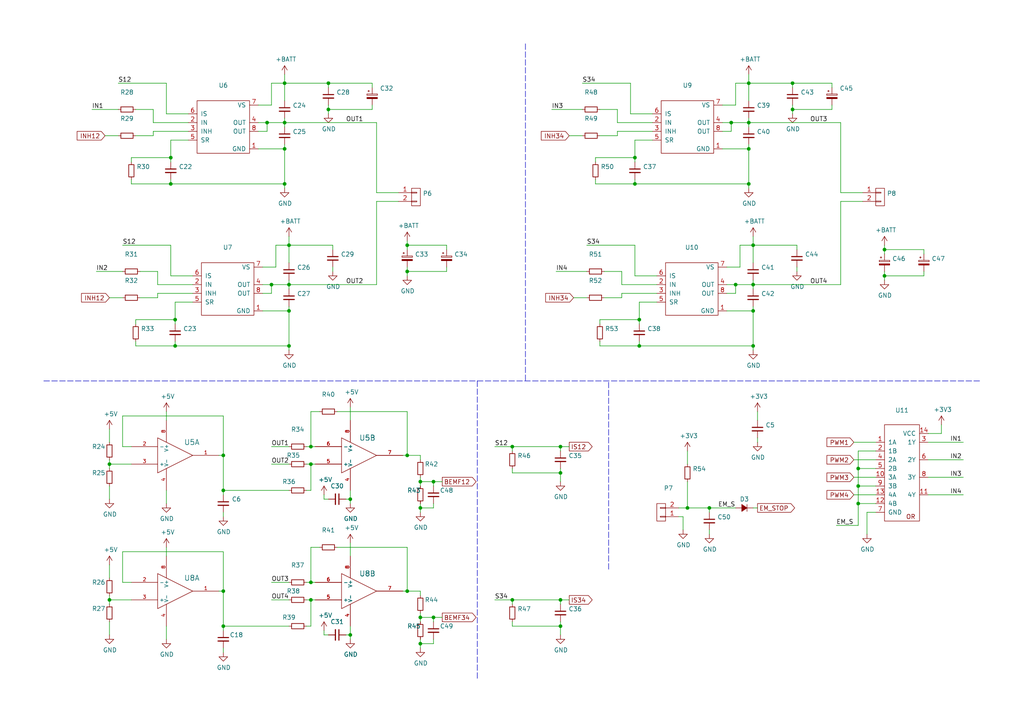
<source format=kicad_sch>
(kicad_sch (version 20211123) (generator eeschema)
  (paper "A4")
  (title_block (title "ECU") (rev "0.0.1") (company "wuehr1999"))
  (lib_symbols
    (symbol "IC_logic:74xx32" (pin_names (offset 1.016))
      (property "Reference" "U" (at 0 30.48 0))
      (property "Value" "74xx32" (at 0 -1.27 0))
      (symbol "74xx32_0_0"
        (text "OR" (at 3.81 1.27 0) (effects (font (size 1.27 1.27))))
      )
      (symbol "74xx32_1_1"
        (rectangle (start -3.81 27.94) (end 6.35 0))
        (pin input line (at -6.35 22.86 0) (length 2.54) (name "1A") (number "1"))
        (pin input line (at -6.35 12.7 0) (length 2.54) (name "3A") (number "10"))
        (pin input line (at 8.89 7.62 180) (length 2.54) (name "4Y") (number "11"))
        (pin input line (at -6.35 5.08 0) (length 2.54) (name "4B") (number "12"))
        (pin input line (at -6.35 7.62 0) (length 2.54) (name "4A") (number "13"))
        (pin input line (at 8.89 25.4 180) (length 2.54) (name "VCC") (number "14"))
        (pin input line (at -6.35 20.32 0) (length 2.54) (name "1B") (number "2"))
        (pin input line (at 8.89 22.86 180) (length 2.54) (name "1Y") (number "3"))
        (pin input line (at -6.35 17.78 0) (length 2.54) (name "2A") (number "4"))
        (pin input line (at -6.35 15.24 0) (length 2.54) (name "2B") (number "5"))
        (pin input line (at 8.89 17.78 180) (length 2.54) (name "2Y") (number "6"))
        (pin input line (at -6.35 2.54 0) (length 2.54) (name "GND") (number "7"))
        (pin input line (at 8.89 12.7 180) (length 2.54) (name "3Y") (number "8"))
        (pin input line (at -6.35 10.16 0) (length 2.54) (name "3B") (number "9"))
      )
    )
    (symbol "devices:CP_Small" (pin_numbers hide) (pin_names (offset 0.254) hide)
      (property "Reference" "C" (at 0.254 1.778 0))
      (property "Value" "CP_Small" (at 0.254 -2.032 0))
      (symbol "CP_Small_0_1"
        (rectangle (start -1.524 -0.3048) (end 1.524 -0.6858) (fill (type outline)))
        (rectangle (start -1.524 0.6858) (end 1.524 0.3048))
        (polyline (pts (xy -1.27 1.524) (xy -0.762 1.524)))
        (polyline (pts (xy -1.016 1.27) (xy -1.016 1.778)))
      )
      (symbol "CP_Small_1_1"
        (pin passive line (at 0 2.54 270) (length 1.8542) (name "~") (number "1"))
        (pin passive line (at 0 -2.54 90) (length 1.8542) (name "~") (number "2"))
      )
    )
    (symbol "devices:C_0603" (pin_numbers hide) (pin_names (offset 0.254) hide)
      (property "Reference" "C" (at 0.254 1.778 0))
      (property "Value" "C_0603" (at 0.254 -2.032 0))
      (symbol "C_0603_0_1"
        (polyline (pts (xy -1.524 -0.508) (xy 1.524 -0.508)) (stroke (width 0.3302)))
        (polyline (pts (xy -1.524 0.508) (xy 1.524 0.508)) (stroke (width 0.3048)))
      )
      (symbol "C_0603_1_1"
        (pin passive line (at 0 2.54 270) (length 1.905) (name "~") (number "1"))
        (pin passive line (at 0 -2.54 90) (length 2.032) (name "~") (number "2"))
      )
    )
    (symbol "devices:D_Small" (pin_numbers hide) (pin_names (offset 0.254) hide)
      (property "Reference" "D" (at -1.27 2.032 0))
      (property "Value" "D_Small" (at -3.81 -2.032 0))
      (symbol "D_Small_0_1"
        (polyline (pts (xy -0.762 -1.016) (xy -0.762 1.016)))
        (polyline (pts (xy 0.762 -1.016) (xy -0.762 0) (xy 0.762 1.016) (xy 0.762 -1.016)) (fill (type outline)))
      )
      (symbol "D_Small_1_1"
        (pin passive line (at -2.54 0 0) (length 1.778) (name "K") (number "1"))
        (pin passive line (at 2.54 0 180) (length 1.778) (name "A") (number "2"))
      )
    )
    (symbol "devices:R_0603" (pin_numbers hide) (pin_names (offset 0.254) hide)
      (property "Reference" "R" (at 0.762 0.508 0))
      (property "Value" "R_0603" (at 0.762 -1.016 0))
      (symbol "R_0603_0_1"
        (rectangle (start -0.762 1.778) (end 0.762 -1.778) (stroke (width 0.2032)))
      )
      (symbol "R_0603_1_1"
        (pin passive line (at 0 2.54 270) (length 0.762) (name "~") (number "1"))
        (pin passive line (at 0 -2.54 90) (length 0.762) (name "~") (number "2"))
      )
    )
    (symbol "mechanical-connectors:CONN_01X02" (pin_names (offset 1.016) hide)
      (property "Reference" "P" (at 0 3.81 0))
      (property "Value" "CONN_01X02" (at 2.54 0 90))
      (symbol "CONN_01X02_0_1"
        (rectangle (start -1.27 -1.143) (end 0.254 -1.397))
        (rectangle (start -1.27 1.397) (end 0.254 1.143))
        (rectangle (start -1.27 2.54) (end 1.27 -2.54))
      )
      (symbol "CONN_01X02_1_1"
        (pin passive line (at -5.08 1.27 0) (length 3.81) (name "P1") (number "1"))
        (pin passive line (at -5.08 -1.27 0) (length 3.81) (name "P2") (number "2"))
      )
    )
    (symbol "mechanical-connectors:WR-TBL_691313710002" (pin_names (offset 1.016) hide)
      (property "Reference" "P" (at 0 3.81 0))
      (property "Value" "WR-TBL_691313710002" (at 2.54 0 90))
      (symbol "WR-TBL_691313710002_0_1"
        (rectangle (start -1.27 -1.143) (end 0.254 -1.397))
        (rectangle (start -1.27 1.397) (end 0.254 1.143))
        (rectangle (start -1.27 2.54) (end 1.27 -2.54))
      )
      (symbol "WR-TBL_691313710002_1_1"
        (pin passive line (at -5.08 1.27 0) (length 3.81) (name "P1") (number "1"))
        (pin passive line (at -5.08 -1.27 0) (length 3.81) (name "P2") (number "2"))
      )
    )
    (symbol "motor-driver:IFX007T" (pin_names (offset 1.016))
      (property "Reference" "U" (at 0 8.89 0))
      (property "Value" "IFX007T" (at 0 -8.89 0))
      (symbol "IFX007T_0_1"
        (rectangle (start -6.35 7.62) (end 8.89 -7.62))
      )
      (symbol "IFX007T_1_1"
        (pin input line (at 11.43 -6.35 180) (length 2.54) (name "GND") (number "1"))
        (pin input line (at -8.89 1.27 0) (length 2.54) (name "IN") (number "2"))
        (pin input line (at -8.89 -1.27 0) (length 2.54) (name "INH") (number "3"))
        (pin input line (at 11.43 1.27 180) (length 2.54) (name "OUT") (number "4"))
        (pin input line (at -8.89 -3.81 0) (length 2.54) (name "SR") (number "5"))
        (pin input line (at -8.89 3.81 0) (length 2.54) (name "IS") (number "6"))
        (pin input line (at 11.43 6.35 180) (length 2.54) (name "VS") (number "7"))
        (pin input line (at 11.43 -1.27 180) (length 2.54) (name "OUT") (number "8"))
      )
    )
    (symbol "opamps:OPA2374AIDCN"
      (property "Reference" "U" (at -1.27 5.08 0))
      (property "Value" "OPA2374AIDCN" (at -1.27 -6.35 0))
      (symbol "OPA2374AIDCN_0_1"
        (polyline (pts (xy -5.08 5.08) (xy 5.08 0) (xy -5.08 -5.08) (xy -5.08 5.08)) (stroke (width 0.1524)))
        (pin power_in line (at -2.54 -10.16 90) (length 6.35) (name "V-") (number "4"))
        (pin power_in line (at -2.54 10.16 270) (length 6.35) (name "V+") (number "8"))
      )
      (symbol "OPA2374AIDCN_1_1"
        (pin output line (at 12.7 0 180) (length 7.62) (name "~") (number "1"))
        (pin input line (at -12.7 2.54 0) (length 7.62) (name "-") (number "2"))
        (pin input line (at -12.7 -2.54 0) (length 7.62) (name "+") (number "3"))
      )
      (symbol "OPA2374AIDCN_2_1"
        (pin input line (at -12.7 -2.54 0) (length 7.62) (name "+") (number "5"))
        (pin input line (at -12.7 2.54 0) (length 7.62) (name "-") (number "6"))
        (pin output line (at 12.7 0 180) (length 7.62) (name "~") (number "7"))
      )
    )
    (symbol "power-supply:+3V3" (power) (pin_names (offset 0))
      (property "Value" "+3V3" (at 0 3.556 0))
      (symbol "+3V3_0_1"
        (polyline (pts (xy -0.762 1.27) (xy 0 2.54)))
        (polyline (pts (xy 0 0) (xy 0 2.54)))
        (polyline (pts (xy 0 2.54) (xy 0.762 1.27)))
      )
      (symbol "+3V3_1_1"
        (pin power_in line (at 0 0 90) (length 0) hide (name "+3V3") (number "1"))
      )
    )
    (symbol "power-supply:+5V" (power) (pin_names (offset 0))
      (property "Value" "+5V" (at 0 3.556 0))
      (symbol "+5V_0_1"
        (polyline (pts (xy -0.762 1.27) (xy 0 2.54)))
        (polyline (pts (xy 0 0) (xy 0 2.54)))
        (polyline (pts (xy 0 2.54) (xy 0.762 1.27)))
      )
      (symbol "+5V_1_1"
        (pin power_in line (at 0 0 90) (length 0) hide (name "+5V") (number "1"))
      )
    )
    (symbol "power-supply:+BATT" (power) (pin_names (offset 0))
      (property "Value" "+BATT" (at 0 3.556 0))
      (symbol "+BATT_0_1"
        (polyline (pts (xy -0.762 1.27) (xy 0 2.54)))
        (polyline (pts (xy 0 0) (xy 0 2.54)))
        (polyline (pts (xy 0 2.54) (xy 0.762 1.27)))
      )
      (symbol "+BATT_1_1"
        (pin power_in line (at 0 0 90) (length 0) hide (name "+BATT") (number "1"))
      )
    )
    (symbol "power-supply:GND" (power) (pin_names (offset 0))
      (property "Value" "GND" (at 0 -3.81 0))
      (symbol "GND_0_1"
        (polyline (pts (xy 0 0) (xy 0 -1.27) (xy 1.27 -1.27) (xy 0 -2.54) (xy -1.27 -1.27) (xy 0 -1.27)))
      )
      (symbol "GND_1_1"
        (pin power_in line (at 0 0 270) (length 0) hide (name "GND") (number "1"))
      )
    )
  )
  (junction (at 148.59 129.54))
  (junction (at 64.77 171.45))
  (junction (at 217.17 24.13))
  (junction (at 162.56 181.61))
  (junction (at 199.39 147.32))
  (junction (at 82.55 43.18))
  (junction (at 248.92 140.97))
  (junction (at 83.82 90.17))
  (junction (at 256.54 80.01))
  (junction (at 125.73 139.7))
  (junction (at 49.53 53.34))
  (junction (at 185.42 100.33))
  (junction (at 95.25 31.75))
  (junction (at 50.8 92.71))
  (junction (at 31.75 173.99))
  (junction (at 118.11 78.74))
  (junction (at 64.77 132.08))
  (junction (at 185.42 92.71))
  (junction (at 148.59 173.99))
  (junction (at 78.74 82.55))
  (junction (at 101.6 144.78))
  (junction (at 162.56 173.99))
  (junction (at 121.92 147.32))
  (junction (at 101.6 184.15))
  (junction (at 64.77 142.24))
  (junction (at 83.82 82.55))
  (junction (at 64.77 181.61))
  (junction (at 50.8 100.33))
  (junction (at 90.17 173.99))
  (junction (at 125.73 179.07))
  (junction (at 118.11 71.12))
  (junction (at 218.44 82.55))
  (junction (at 213.36 82.55))
  (junction (at 121.92 139.7))
  (junction (at 121.92 186.69))
  (junction (at 218.44 90.17))
  (junction (at 162.56 137.16))
  (junction (at 83.82 100.33))
  (junction (at 184.15 45.72))
  (junction (at 90.17 168.91))
  (junction (at 256.54 72.39))
  (junction (at 95.25 24.13))
  (junction (at 90.17 134.62))
  (junction (at 118.11 132.08))
  (junction (at 82.55 35.56))
  (junction (at 118.11 171.45))
  (junction (at 217.17 35.56))
  (junction (at 229.87 31.75))
  (junction (at 248.92 146.05))
  (junction (at 31.75 134.62))
  (junction (at 121.92 179.07))
  (junction (at 82.55 53.34))
  (junction (at 218.44 71.12))
  (junction (at 218.44 100.33))
  (junction (at 248.92 135.89))
  (junction (at 217.17 43.18))
  (junction (at 90.17 129.54))
  (junction (at 77.47 35.56))
  (junction (at 184.15 53.34))
  (junction (at 162.56 129.54))
  (junction (at 217.17 53.34))
  (junction (at 229.87 24.13))
  (junction (at 205.74 147.32))
  (junction (at 83.82 71.12))
  (junction (at 49.53 45.72))
  (junction (at 82.55 24.13))
  (junction (at 212.09 35.56))
  (wire (pts (xy 251.46 148.59) (xy 254 148.59)))
  (wire (pts (xy 48.26 121.92) (xy 48.26 119.38)))
  (wire (pts (xy 125.73 186.69) (xy 121.92 186.69)))
  (wire (pts (xy 185.42 100.33) (xy 218.44 100.33)))
  (wire (pts (xy 80.01 71.12) (xy 83.82 71.12)))
  (wire (pts (xy 82.55 53.34) (xy 82.55 54.61)))
  (wire (pts (xy 172.72 53.34) (xy 184.15 53.34)))
  (wire (pts (xy 243.84 82.55) (xy 243.84 58.42)))
  (wire (pts (xy 78.74 30.48) (xy 78.74 24.13)))
  (wire (pts (xy 218.44 82.55) (xy 243.84 82.55)))
  (wire (pts (xy 82.55 35.56) (xy 82.55 34.29)))
  (wire (pts (xy 96.52 78.74) (xy 96.52 77.47)))
  (wire (pts (xy 35.56 120.65) (xy 35.56 129.54)))
  (wire (pts (xy 243.84 58.42) (xy 250.19 58.42)))
  (wire (pts (xy 100.33 184.15) (xy 101.6 184.15)))
  (wire (pts (xy 49.53 53.34) (xy 82.55 53.34)))
  (wire (pts (xy 38.1 52.07) (xy 38.1 53.34)))
  (wire (pts (xy 78.74 24.13) (xy 82.55 24.13)))
  (wire (pts (xy 121.92 148.59) (xy 121.92 147.32)))
  (wire (pts (xy 83.82 82.55) (xy 109.22 82.55)))
  (wire (pts (xy 217.17 35.56) (xy 217.17 34.29)))
  (wire (pts (xy 189.23 33.02) (xy 182.88 33.02)))
  (wire (pts (xy 118.11 77.47) (xy 118.11 78.74)))
  (wire (pts (xy 148.59 173.99) (xy 143.51 173.99)))
  (wire (pts (xy 90.17 119.38) (xy 90.17 129.54)))
  (wire (pts (xy 118.11 78.74) (xy 129.54 78.74)))
  (wire (pts (xy 116.84 171.45) (xy 118.11 171.45)))
  (wire (pts (xy 205.74 147.32) (xy 213.36 147.32)))
  (wire (pts (xy 44.45 31.75) (xy 39.37 31.75)))
  (wire (pts (xy 125.73 140.97) (xy 125.73 139.7)))
  (wire (pts (xy 90.17 158.75) (xy 90.17 168.91)))
  (wire (pts (xy 95.25 31.75) (xy 95.25 30.48)))
  (wire (pts (xy 49.53 71.12) (xy 35.56 71.12)))
  (wire (pts (xy 49.53 52.07) (xy 49.53 53.34)))
  (wire (pts (xy 218.44 90.17) (xy 218.44 100.33)))
  (polyline (pts (xy 176.53 165.1) (xy 176.53 110.49)))
  (wire (pts (xy 82.55 43.18) (xy 82.55 53.34)))
  (wire (pts (xy 125.73 185.42) (xy 125.73 186.69)))
  (wire (pts (xy 267.97 80.01) (xy 267.97 78.74)))
  (wire (pts (xy 241.3 31.75) (xy 229.87 31.75)))
  (wire (pts (xy 212.09 38.1) (xy 209.55 38.1)))
  (wire (pts (xy 118.11 158.75) (xy 97.79 158.75)))
  (wire (pts (xy 217.17 53.34) (xy 217.17 54.61)))
  (wire (pts (xy 101.6 121.92) (xy 101.6 118.11)))
  (wire (pts (xy 241.3 24.13) (xy 241.3 25.4)))
  (wire (pts (xy 217.17 21.59) (xy 217.17 24.13)))
  (wire (pts (xy 248.92 135.89) (xy 248.92 140.97)))
  (wire (pts (xy 50.8 99.06) (xy 50.8 100.33)))
  (wire (pts (xy 162.56 139.7) (xy 162.56 137.16)))
  (wire (pts (xy 55.88 85.09) (xy 45.72 85.09)))
  (wire (pts (xy 48.26 185.42) (xy 48.26 181.61)))
  (wire (pts (xy 74.93 35.56) (xy 77.47 35.56)))
  (wire (pts (xy 160.02 31.75) (xy 168.91 31.75)))
  (wire (pts (xy 173.99 93.98) (xy 173.99 92.71)))
  (wire (pts (xy 162.56 137.16) (xy 162.56 135.89)))
  (wire (pts (xy 218.44 100.33) (xy 218.44 101.6)))
  (wire (pts (xy 184.15 53.34) (xy 217.17 53.34)))
  (wire (pts (xy 162.56 129.54) (xy 148.59 129.54)))
  (wire (pts (xy 31.75 128.27) (xy 31.75 124.46)))
  (wire (pts (xy 54.61 38.1) (xy 44.45 38.1)))
  (wire (pts (xy 93.98 144.78) (xy 95.25 144.78)))
  (wire (pts (xy 217.17 24.13) (xy 229.87 24.13)))
  (wire (pts (xy 118.11 132.08) (xy 118.11 119.38)))
  (wire (pts (xy 199.39 147.32) (xy 205.74 147.32)))
  (wire (pts (xy 247.65 143.51) (xy 254 143.51)))
  (wire (pts (xy 269.24 128.27) (xy 279.4 128.27)))
  (wire (pts (xy 217.17 43.18) (xy 217.17 53.34)))
  (wire (pts (xy 121.92 179.07) (xy 125.73 179.07)))
  (wire (pts (xy 180.34 78.74) (xy 175.26 78.74)))
  (wire (pts (xy 254 140.97) (xy 248.92 140.97)))
  (wire (pts (xy 213.36 30.48) (xy 213.36 24.13)))
  (wire (pts (xy 229.87 24.13) (xy 229.87 25.4)))
  (wire (pts (xy 83.82 90.17) (xy 76.2 90.17)))
  (wire (pts (xy 125.73 180.34) (xy 125.73 179.07)))
  (wire (pts (xy 170.18 86.36) (xy 166.37 86.36)))
  (wire (pts (xy 31.75 167.64) (xy 31.75 163.83)))
  (wire (pts (xy 173.99 100.33) (xy 185.42 100.33)))
  (wire (pts (xy 121.92 171.45) (xy 118.11 171.45)))
  (wire (pts (xy 93.98 182.88) (xy 93.98 184.15)))
  (wire (pts (xy 180.34 85.09) (xy 180.34 86.36)))
  (wire (pts (xy 83.82 134.62) (xy 78.74 134.62)))
  (wire (pts (xy 185.42 87.63) (xy 190.5 87.63)))
  (wire (pts (xy 90.17 129.54) (xy 91.44 129.54)))
  (wire (pts (xy 31.75 134.62) (xy 31.75 135.89)))
  (wire (pts (xy 55.88 80.01) (xy 49.53 80.01)))
  (wire (pts (xy 83.82 71.12) (xy 96.52 71.12)))
  (wire (pts (xy 83.82 90.17) (xy 83.82 100.33)))
  (wire (pts (xy 229.87 33.02) (xy 229.87 31.75)))
  (wire (pts (xy 121.92 138.43) (xy 121.92 139.7)))
  (wire (pts (xy 121.92 139.7) (xy 125.73 139.7)))
  (wire (pts (xy 256.54 80.01) (xy 267.97 80.01)))
  (wire (pts (xy 90.17 168.91) (xy 91.44 168.91)))
  (wire (pts (xy 109.22 35.56) (xy 109.22 55.88)))
  (wire (pts (xy 121.92 147.32) (xy 121.92 146.05)))
  (wire (pts (xy 179.07 38.1) (xy 179.07 39.37)))
  (wire (pts (xy 101.6 144.78) (xy 101.6 142.24)))
  (wire (pts (xy 168.91 39.37) (xy 165.1 39.37)))
  (wire (pts (xy 91.44 134.62) (xy 90.17 134.62)))
  (wire (pts (xy 93.98 143.51) (xy 93.98 144.78)))
  (wire (pts (xy 31.75 184.15) (xy 31.75 180.34)))
  (wire (pts (xy 49.53 80.01) (xy 49.53 71.12)))
  (polyline (pts (xy 152.4 12.7) (xy 152.4 110.49)))
  (wire (pts (xy 251.46 154.94) (xy 251.46 148.59)))
  (wire (pts (xy 190.5 80.01) (xy 184.15 80.01)))
  (wire (pts (xy 31.75 172.72) (xy 31.75 173.99)))
  (wire (pts (xy 50.8 100.33) (xy 83.82 100.33)))
  (wire (pts (xy 218.44 76.2) (xy 218.44 71.12)))
  (wire (pts (xy 82.55 43.18) (xy 74.93 43.18)))
  (wire (pts (xy 125.73 147.32) (xy 125.73 146.05)))
  (wire (pts (xy 269.24 133.35) (xy 279.4 133.35)))
  (wire (pts (xy 273.05 125.73) (xy 273.05 123.19)))
  (wire (pts (xy 256.54 80.01) (xy 256.54 81.28)))
  (wire (pts (xy 83.82 88.9) (xy 83.82 90.17)))
  (wire (pts (xy 83.82 76.2) (xy 83.82 71.12)))
  (wire (pts (xy 77.47 35.56) (xy 77.47 38.1)))
  (wire (pts (xy 90.17 134.62) (xy 88.9 134.62)))
  (wire (pts (xy 214.63 71.12) (xy 218.44 71.12)))
  (wire (pts (xy 162.56 184.15) (xy 162.56 181.61)))
  (wire (pts (xy 256.54 78.74) (xy 256.54 80.01)))
  (wire (pts (xy 82.55 29.21) (xy 82.55 24.13)))
  (wire (pts (xy 269.24 125.73) (xy 273.05 125.73)))
  (wire (pts (xy 121.92 187.96) (xy 121.92 186.69)))
  (wire (pts (xy 198.12 149.86) (xy 198.12 153.67)))
  (wire (pts (xy 148.59 173.99) (xy 148.59 175.26)))
  (wire (pts (xy 219.71 127) (xy 219.71 128.27)))
  (wire (pts (xy 64.77 171.45) (xy 64.77 160.02)))
  (wire (pts (xy 121.92 177.8) (xy 121.92 179.07)))
  (wire (pts (xy 125.73 179.07) (xy 128.27 179.07)))
  (wire (pts (xy 95.25 24.13) (xy 95.25 25.4)))
  (wire (pts (xy 129.54 78.74) (xy 129.54 77.47)))
  (wire (pts (xy 182.88 24.13) (xy 168.91 24.13)))
  (wire (pts (xy 247.65 138.43) (xy 254 138.43)))
  (wire (pts (xy 185.42 99.06) (xy 185.42 100.33)))
  (wire (pts (xy 162.56 173.99) (xy 165.1 173.99)))
  (wire (pts (xy 218.44 68.58) (xy 218.44 71.12)))
  (wire (pts (xy 83.82 83.82) (xy 83.82 82.55)))
  (wire (pts (xy 82.55 24.13) (xy 95.25 24.13)))
  (wire (pts (xy 77.47 38.1) (xy 74.93 38.1)))
  (wire (pts (xy 217.17 35.56) (xy 243.84 35.56)))
  (wire (pts (xy 64.77 132.08) (xy 64.77 120.65)))
  (wire (pts (xy 213.36 82.55) (xy 218.44 82.55)))
  (wire (pts (xy 148.59 129.54) (xy 143.51 129.54)))
  (wire (pts (xy 96.52 71.12) (xy 96.52 72.39)))
  (wire (pts (xy 172.72 52.07) (xy 172.72 53.34)))
  (wire (pts (xy 129.54 71.12) (xy 129.54 72.39)))
  (wire (pts (xy 217.17 36.83) (xy 217.17 35.56)))
  (wire (pts (xy 38.1 173.99) (xy 31.75 173.99)))
  (wire (pts (xy 76.2 77.47) (xy 80.01 77.47)))
  (wire (pts (xy 45.72 78.74) (xy 40.64 78.74)))
  (wire (pts (xy 121.92 179.07) (xy 121.92 180.34)))
  (wire (pts (xy 254 135.89) (xy 248.92 135.89)))
  (wire (pts (xy 74.93 30.48) (xy 78.74 30.48)))
  (wire (pts (xy 213.36 24.13) (xy 217.17 24.13)))
  (wire (pts (xy 209.55 35.56) (xy 212.09 35.56)))
  (wire (pts (xy 184.15 45.72) (xy 184.15 40.64)))
  (wire (pts (xy 82.55 35.56) (xy 109.22 35.56)))
  (wire (pts (xy 31.75 173.99) (xy 31.75 175.26)))
  (wire (pts (xy 148.59 137.16) (xy 162.56 137.16)))
  (wire (pts (xy 107.95 24.13) (xy 95.25 24.13)))
  (wire (pts (xy 218.44 83.82) (xy 218.44 82.55)))
  (wire (pts (xy 83.82 82.55) (xy 83.82 81.28)))
  (wire (pts (xy 162.56 129.54) (xy 165.1 129.54)))
  (wire (pts (xy 83.82 173.99) (xy 78.74 173.99)))
  (wire (pts (xy 267.97 72.39) (xy 267.97 73.66)))
  (wire (pts (xy 118.11 71.12) (xy 129.54 71.12)))
  (wire (pts (xy 269.24 143.51) (xy 279.4 143.51)))
  (wire (pts (xy 38.1 45.72) (xy 49.53 45.72)))
  (wire (pts (xy 90.17 181.61) (xy 90.17 173.99)))
  (wire (pts (xy 90.17 158.75) (xy 92.71 158.75)))
  (wire (pts (xy 64.77 171.45) (xy 64.77 181.61)))
  (wire (pts (xy 109.22 55.88) (xy 115.57 55.88)))
  (wire (pts (xy 39.37 92.71) (xy 50.8 92.71)))
  (wire (pts (xy 121.92 147.32) (xy 125.73 147.32)))
  (wire (pts (xy 64.77 160.02) (xy 35.56 160.02)))
  (wire (pts (xy 90.17 173.99) (xy 88.9 173.99)))
  (wire (pts (xy 121.92 133.35) (xy 121.92 132.08)))
  (wire (pts (xy 109.22 58.42) (xy 115.57 58.42)))
  (wire (pts (xy 162.56 130.81) (xy 162.56 129.54)))
  (wire (pts (xy 248.92 146.05) (xy 248.92 152.4)))
  (wire (pts (xy 100.33 144.78) (xy 101.6 144.78)))
  (wire (pts (xy 38.1 134.62) (xy 31.75 134.62)))
  (wire (pts (xy 64.77 143.51) (xy 64.77 142.24)))
  (wire (pts (xy 64.77 120.65) (xy 35.56 120.65)))
  (wire (pts (xy 256.54 72.39) (xy 256.54 71.12)))
  (wire (pts (xy 217.17 43.18) (xy 209.55 43.18)))
  (wire (pts (xy 90.17 142.24) (xy 90.17 134.62)))
  (wire (pts (xy 83.82 168.91) (xy 78.74 168.91)))
  (wire (pts (xy 49.53 40.64) (xy 54.61 40.64)))
  (wire (pts (xy 242.57 152.4) (xy 248.92 152.4)))
  (wire (pts (xy 205.74 153.67) (xy 205.74 154.94)))
  (wire (pts (xy 209.55 30.48) (xy 213.36 30.48)))
  (wire (pts (xy 218.44 82.55) (xy 218.44 81.28)))
  (wire (pts (xy 212.09 35.56) (xy 212.09 38.1)))
  (wire (pts (xy 148.59 129.54) (xy 148.59 130.81)))
  (wire (pts (xy 121.92 139.7) (xy 121.92 140.97)))
  (wire (pts (xy 254 146.05) (xy 248.92 146.05)))
  (wire (pts (xy 39.37 99.06) (xy 39.37 100.33)))
  (wire (pts (xy 50.8 87.63) (xy 55.88 87.63)))
  (wire (pts (xy 118.11 71.12) (xy 118.11 69.85)))
  (wire (pts (xy 184.15 71.12) (xy 170.18 71.12)))
  (wire (pts (xy 118.11 119.38) (xy 97.79 119.38)))
  (wire (pts (xy 218.44 147.32) (xy 219.71 147.32)))
  (wire (pts (xy 231.14 71.12) (xy 231.14 72.39)))
  (wire (pts (xy 76.2 82.55) (xy 78.74 82.55)))
  (wire (pts (xy 185.42 92.71) (xy 185.42 87.63)))
  (wire (pts (xy 179.07 35.56) (xy 179.07 31.75)))
  (wire (pts (xy 88.9 129.54) (xy 90.17 129.54)))
  (wire (pts (xy 63.5 171.45) (xy 64.77 171.45)))
  (wire (pts (xy 109.22 82.55) (xy 109.22 58.42)))
  (wire (pts (xy 54.61 35.56) (xy 44.45 35.56)))
  (wire (pts (xy 173.99 99.06) (xy 173.99 100.33)))
  (wire (pts (xy 82.55 36.83) (xy 82.55 35.56)))
  (wire (pts (xy 118.11 72.39) (xy 118.11 71.12)))
  (wire (pts (xy 162.56 175.26) (xy 162.56 173.99)))
  (wire (pts (xy 190.5 85.09) (xy 180.34 85.09)))
  (wire (pts (xy 199.39 139.7) (xy 199.39 147.32)))
  (wire (pts (xy 35.56 129.54) (xy 38.1 129.54)))
  (wire (pts (xy 184.15 52.07) (xy 184.15 53.34)))
  (wire (pts (xy 101.6 184.15) (xy 101.6 181.61)))
  (wire (pts (xy 77.47 35.56) (xy 82.55 35.56)))
  (wire (pts (xy 248.92 140.97) (xy 248.92 146.05)))
  (wire (pts (xy 243.84 55.88) (xy 250.19 55.88)))
  (wire (pts (xy 39.37 100.33) (xy 50.8 100.33)))
  (wire (pts (xy 172.72 46.99) (xy 172.72 45.72)))
  (wire (pts (xy 118.11 171.45) (xy 118.11 158.75)))
  (wire (pts (xy 210.82 82.55) (xy 213.36 82.55)))
  (wire (pts (xy 189.23 35.56) (xy 179.07 35.56)))
  (wire (pts (xy 121.92 186.69) (xy 121.92 185.42)))
  (wire (pts (xy 219.71 119.38) (xy 219.71 121.92)))
  (wire (pts (xy 39.37 93.98) (xy 39.37 92.71)))
  (wire (pts (xy 50.8 92.71) (xy 50.8 87.63)))
  (wire (pts (xy 101.6 146.05) (xy 101.6 144.78)))
  (wire (pts (xy 35.56 160.02) (xy 35.56 168.91)))
  (wire (pts (xy 90.17 119.38) (xy 92.71 119.38)))
  (wire (pts (xy 93.98 184.15) (xy 95.25 184.15)))
  (wire (pts (xy 247.65 133.35) (xy 254 133.35)))
  (wire (pts (xy 44.45 39.37) (xy 39.37 39.37)))
  (wire (pts (xy 182.88 33.02) (xy 182.88 24.13)))
  (wire (pts (xy 107.95 25.4) (xy 107.95 24.13)))
  (wire (pts (xy 26.67 31.75) (xy 34.29 31.75)))
  (wire (pts (xy 91.44 173.99) (xy 90.17 173.99)))
  (wire (pts (xy 172.72 45.72) (xy 184.15 45.72)))
  (wire (pts (xy 83.82 68.58) (xy 83.82 71.12)))
  (wire (pts (xy 78.74 82.55) (xy 78.74 85.09)))
  (wire (pts (xy 213.36 85.09) (xy 210.82 85.09)))
  (wire (pts (xy 48.26 146.05) (xy 48.26 142.24)))
  (wire (pts (xy 64.77 142.24) (xy 83.82 142.24)))
  (wire (pts (xy 248.92 130.81) (xy 248.92 135.89)))
  (wire (pts (xy 101.6 161.29) (xy 101.6 157.48)))
  (wire (pts (xy 148.59 181.61) (xy 162.56 181.61)))
  (wire (pts (xy 54.61 33.02) (xy 48.26 33.02)))
  (wire (pts (xy 161.29 78.74) (xy 170.18 78.74)))
  (wire (pts (xy 199.39 130.81) (xy 199.39 134.62)))
  (wire (pts (xy 179.07 39.37) (xy 173.99 39.37)))
  (wire (pts (xy 88.9 142.24) (xy 90.17 142.24)))
  (wire (pts (xy 83.82 129.54) (xy 78.74 129.54)))
  (wire (pts (xy 107.95 31.75) (xy 107.95 30.48)))
  (wire (pts (xy 218.44 88.9) (xy 218.44 90.17)))
  (wire (pts (xy 184.15 45.72) (xy 184.15 46.99)))
  (polyline (pts (xy 12.7 110.49) (xy 284.48 110.49)))
  (wire (pts (xy 82.55 21.59) (xy 82.55 24.13)))
  (wire (pts (xy 179.07 31.75) (xy 173.99 31.75)))
  (wire (pts (xy 38.1 53.34) (xy 49.53 53.34)))
  (wire (pts (xy 35.56 86.36) (xy 31.75 86.36)))
  (wire (pts (xy 48.26 24.13) (xy 34.29 24.13)))
  (polyline (pts (xy 138.43 110.49) (xy 138.43 196.85)))
  (wire (pts (xy 27.94 78.74) (xy 35.56 78.74)))
  (wire (pts (xy 63.5 132.08) (xy 64.77 132.08)))
  (wire (pts (xy 83.82 100.33) (xy 83.82 101.6)))
  (wire (pts (xy 95.25 33.02) (xy 95.25 31.75)))
  (wire (pts (xy 184.15 80.01) (xy 184.15 71.12)))
  (wire (pts (xy 190.5 82.55) (xy 180.34 82.55)))
  (wire (pts (xy 241.3 30.48) (xy 241.3 31.75)))
  (wire (pts (xy 247.65 128.27) (xy 254 128.27)))
  (wire (pts (xy 229.87 31.75) (xy 229.87 30.48)))
  (wire (pts (xy 148.59 135.89) (xy 148.59 137.16)))
  (wire (pts (xy 121.92 132.08) (xy 118.11 132.08)))
  (wire (pts (xy 185.42 92.71) (xy 185.42 93.98)))
  (wire (pts (xy 180.34 86.36) (xy 175.26 86.36)))
  (wire (pts (xy 118.11 78.74) (xy 118.11 80.01)))
  (wire (pts (xy 50.8 92.71) (xy 50.8 93.98)))
  (wire (pts (xy 64.77 132.08) (xy 64.77 142.24)))
  (wire (pts (xy 44.45 35.56) (xy 44.45 31.75)))
  (wire (pts (xy 48.26 33.02) (xy 48.26 24.13)))
  (wire (pts (xy 254 130.81) (xy 248.92 130.81)))
  (wire (pts (xy 148.59 180.34) (xy 148.59 181.61)))
  (wire (pts (xy 205.74 148.59) (xy 205.74 147.32)))
  (wire (pts (xy 269.24 138.43) (xy 279.4 138.43)))
  (wire (pts (xy 180.34 82.55) (xy 180.34 78.74)))
  (wire (pts (xy 55.88 82.55) (xy 45.72 82.55)))
  (wire (pts (xy 95.25 31.75) (xy 107.95 31.75)))
  (wire (pts (xy 116.84 132.08) (xy 118.11 132.08)))
  (wire (pts (xy 256.54 72.39) (xy 267.97 72.39)))
  (wire (pts (xy 78.74 82.55) (xy 83.82 82.55)))
  (wire (pts (xy 217.17 41.91) (xy 217.17 43.18)))
  (wire (pts (xy 78.74 85.09) (xy 76.2 85.09)))
  (wire (pts (xy 64.77 149.86) (xy 64.77 148.59)))
  (wire (pts (xy 229.87 24.13) (xy 241.3 24.13)))
  (wire (pts (xy 162.56 181.61) (xy 162.56 180.34)))
  (wire (pts (xy 210.82 77.47) (xy 214.63 77.47)))
  (wire (pts (xy 48.26 161.29) (xy 48.26 158.75)))
  (wire (pts (xy 49.53 45.72) (xy 49.53 46.99)))
  (wire (pts (xy 101.6 185.42) (xy 101.6 184.15)))
  (wire (pts (xy 44.45 38.1) (xy 44.45 39.37)))
  (wire (pts (xy 256.54 73.66) (xy 256.54 72.39)))
  (wire (pts (xy 35.56 168.91) (xy 38.1 168.91)))
  (wire (pts (xy 64.77 182.88) (xy 64.77 181.61)))
  (wire (pts (xy 45.72 82.55) (xy 45.72 78.74)))
  (wire (pts (xy 49.53 45.72) (xy 49.53 40.64)))
  (wire (pts (xy 31.75 133.35) (xy 31.75 134.62)))
  (wire (pts (xy 45.72 86.36) (xy 40.64 86.36)))
  (wire (pts (xy 213.36 82.55) (xy 213.36 85.09)))
  (wire (pts (xy 184.15 40.64) (xy 189.23 40.64)))
  (wire (pts (xy 34.29 39.37) (xy 30.48 39.37)))
  (wire (pts (xy 173.99 92.71) (xy 185.42 92.71)))
  (wire (pts (xy 45.72 85.09) (xy 45.72 86.36)))
  (wire (pts (xy 212.09 35.56) (xy 217.17 35.56)))
  (wire (pts (xy 217.17 29.21) (xy 217.17 24.13)))
  (wire (pts (xy 125.73 139.7) (xy 128.27 139.7)))
  (wire (pts (xy 64.77 181.61) (xy 83.82 181.61)))
  (wire (pts (xy 88.9 181.61) (xy 90.17 181.61)))
  (wire (pts (xy 88.9 168.91) (xy 90.17 168.91)))
  (wire (pts (xy 82.55 41.91) (xy 82.55 43.18)))
  (wire (pts (xy 121.92 172.72) (xy 121.92 171.45)))
  (wire (pts (xy 189.23 38.1) (xy 179.07 38.1)))
  (wire (pts (xy 214.63 77.47) (xy 214.63 71.12)))
  (wire (pts (xy 218.44 90.17) (xy 210.82 90.17)))
  (wire (pts (xy 162.56 173.99) (xy 148.59 173.99)))
  (wire (pts (xy 231.14 78.74) (xy 231.14 77.47)))
  (wire (pts (xy 31.75 144.78) (xy 31.75 140.97)))
  (wire (pts (xy 38.1 46.99) (xy 38.1 45.72)))
  (wire (pts (xy 196.85 149.86) (xy 198.12 149.86)))
  (wire (pts (xy 80.01 77.47) (xy 80.01 71.12)))
  (wire (pts (xy 218.44 71.12) (xy 231.14 71.12)))
  (wire (pts (xy 196.85 147.32) (xy 199.39 147.32)))
  (wire (pts (xy 243.84 35.56) (xy 243.84 55.88)))
  (wire (pts (xy 64.77 189.23) (xy 64.77 187.96)))
  (label "OUT3" (at 78.74 168.91 0))
  (label "OUT4" (at 78.74 173.99 0))
  (label "S12" (at 143.51 129.54 0))
  (label "OUT1" (at 100.33 35.56 0))
  (label "IN2" (at 27.94 78.74 0))
  (label "S34" (at 143.51 173.99 0))
  (label "OUT2" (at 78.74 134.62 0))
  (label "OUT2" (at 100.33 82.55 0))
  (label "IN1" (at 275.59 128.27 0))
  (label "S34" (at 170.18 71.12 0))
  (label "IN4" (at 161.29 78.74 0))
  (label "EM_S" (at 242.57 152.4 0))
  (label "EM_S" (at 208.28 147.32 0))
  (label "IN1" (at 26.67 31.75 0))
  (label "S34" (at 168.91 24.13 0))
  (label "OUT4" (at 234.95 82.55 0))
  (label "OUT3" (at 234.95 35.56 0))
  (label "OUT1" (at 78.74 129.54 0))
  (label "IN2" (at 275.59 133.35 0))
  (label "S12" (at 34.29 24.13 0))
  (label "IN3" (at 275.59 138.43 0))
  (label "IN3" (at 160.02 31.75 0))
  (label "IN4" (at 275.59 143.51 0))
  (label "S12" (at 35.56 71.12 0))
  (global_label "BEMF34" (shape output) (at 128.27 179.07 0) (property "Intersheet References" "${INTERSHEET_REFS}" (effects hide)))
  (global_label "PWM2" (shape input) (at 247.65 133.35 180) (property "Intersheet References" "${INTERSHEET_REFS}" (effects hide)))
  (global_label "IS12" (shape output) (at 165.1 129.54 0) (property "Intersheet References" "${INTERSHEET_REFS}" (effects hide)))
  (global_label "INH34" (shape input) (at 165.1 39.37 180) (property "Intersheet References" "${INTERSHEET_REFS}" (effects hide)))
  (global_label "BEMF12" (shape output) (at 128.27 139.7 0) (property "Intersheet References" "${INTERSHEET_REFS}" (effects hide)))
  (global_label "PWM3" (shape input) (at 247.65 138.43 180) (property "Intersheet References" "${INTERSHEET_REFS}" (effects hide)))
  (global_label "INH12" (shape input) (at 31.75 86.36 180) (property "Intersheet References" "${INTERSHEET_REFS}" (effects hide)))
  (global_label "INH34" (shape input) (at 166.37 86.36 180) (property "Intersheet References" "${INTERSHEET_REFS}" (effects hide)))
  (global_label "PWM1" (shape input) (at 247.65 128.27 180) (property "Intersheet References" "${INTERSHEET_REFS}" (effects hide)))
  (global_label "INH12" (shape input) (at 30.48 39.37 180) (property "Intersheet References" "${INTERSHEET_REFS}" (effects hide)))
  (global_label "IS34" (shape output) (at 165.1 173.99 0) (property "Intersheet References" "${INTERSHEET_REFS}" (effects hide)))
  (global_label "PWM4" (shape input) (at 247.65 143.51 180) (property "Intersheet References" "${INTERSHEET_REFS}" (effects hide)))
  (global_label "EM_STOP" (shape output) (at 219.71 147.32 0) (property "Intersheet References" "${INTERSHEET_REFS}" (effects hide)))
  (symbol (lib_id "motor-driver:IFX007T") (at 63.5 36.83 0) (unit 1)
    (property "Reference" "U6" (at 64.77 24.765 0))
  )
  (symbol (lib_id "devices:C_0603") (at 82.55 31.75 0) (unit 1)
    (property "Reference" "C24" (at 84.8868 30.5816 0) (effects (justify left)))
  )
  (symbol (lib_id "devices:C_0603") (at 82.55 39.37 0) (unit 1)
    (property "Reference" "C25" (at 84.8868 38.2016 0) (effects (justify left)))
  )
  (symbol (lib_id "devices:C_0603") (at 95.25 27.94 0) (unit 1)
    (property "Reference" "C28" (at 97.5868 26.7716 0) (effects (justify left)))
  )
  (symbol (lib_id "devices:R_0603") (at 38.1 49.53 0) (unit 1)
    (property "Reference" "R30" (at 39.5986 48.3616 0) (effects (justify left)))
  )
  (symbol (lib_id "power-supply:+BATT") (at 82.55 21.59 0) (unit 1)
    (property "Reference" "#PWR0152" (effects hide))
  )
  (symbol (lib_id "devices:R_0603") (at 36.83 31.75 270) (unit 1)
    (property "Reference" "R28" (at 36.83 26.7716 90))
  )
  (symbol (lib_id "devices:R_0603") (at 36.83 39.37 270) (unit 1)
    (property "Reference" "R29" (at 36.83 34.3916 90))
  )
  (symbol (lib_id "devices:C_0603") (at 49.53 49.53 0) (unit 1)
    (property "Reference" "C22" (at 51.8668 48.3616 0) (effects (justify left)))
  )
  (symbol (lib_id "motor-driver:IFX007T") (at 64.77 83.82 0) (unit 1)
    (property "Reference" "U7" (at 66.04 71.755 0))
  )
  (symbol (lib_id "devices:C_0603") (at 83.82 78.74 0) (unit 1)
    (property "Reference" "C26" (at 86.1568 77.5716 0) (effects (justify left)))
  )
  (symbol (lib_id "devices:C_0603") (at 83.82 86.36 0) (unit 1)
    (property "Reference" "C27" (at 86.1568 85.1916 0) (effects (justify left)))
  )
  (symbol (lib_id "devices:C_0603") (at 96.52 74.93 0) (unit 1)
    (property "Reference" "C29" (at 98.8568 73.7616 0) (effects (justify left)))
  )
  (symbol (lib_id "devices:R_0603") (at 39.37 96.52 0) (unit 1)
    (property "Reference" "R33" (at 40.8686 95.3516 0) (effects (justify left)))
  )
  (symbol (lib_id "power-supply:+BATT") (at 83.82 68.58 0) (unit 1)
    (property "Reference" "#PWR0153" (effects hide))
  )
  (symbol (lib_id "devices:R_0603") (at 38.1 78.74 270) (unit 1)
    (property "Reference" "R31" (at 38.1 73.7616 90))
  )
  (symbol (lib_id "devices:R_0603") (at 38.1 86.36 270) (unit 1)
    (property "Reference" "R32" (at 38.1 81.3816 90))
  )
  (symbol (lib_id "devices:C_0603") (at 50.8 96.52 0) (unit 1)
    (property "Reference" "C23" (at 53.1368 95.3516 0) (effects (justify left)))
  )
  (symbol (lib_id "power-supply:GND") (at 82.55 54.61 0) (unit 1)
    (property "Reference" "#PWR0156" (effects hide))
  )
  (symbol (lib_id "power-supply:GND") (at 217.17 54.61 0) (unit 1)
    (property "Reference" "#PWR0157" (effects hide))
  )
  (symbol (lib_id "power-supply:GND") (at 229.87 33.02 0) (unit 1)
    (property "Reference" "#PWR0158" (effects hide))
  )
  (symbol (lib_id "power-supply:GND") (at 218.44 101.6 0) (unit 1)
    (property "Reference" "#PWR0159" (effects hide))
  )
  (symbol (lib_id "power-supply:GND") (at 95.25 33.02 0) (unit 1)
    (property "Reference" "#PWR0160" (effects hide))
  )
  (symbol (lib_id "power-supply:GND") (at 96.52 78.74 0) (unit 1)
    (property "Reference" "#PWR0161" (effects hide))
  )
  (symbol (lib_id "mechanical-connectors:WR-TBL_691313710002") (at 120.65 57.15 0) (unit 1)
    (property "Reference" "P6" (at 122.6312 56.1086 0) (effects (justify left)))
  )
  (symbol (lib_id "power-supply:GND") (at 231.14 78.74 0) (unit 1)
    (property "Reference" "#PWR0162" (effects hide))
  )
  (symbol (lib_id "motor-driver:IFX007T") (at 198.12 36.83 0) (unit 1)
    (property "Reference" "U9" (at 199.39 24.765 0))
  )
  (symbol (lib_id "devices:C_0603") (at 217.17 31.75 0) (unit 1)
    (property "Reference" "C39" (at 219.5068 30.5816 0) (effects (justify left)))
  )
  (symbol (lib_id "devices:C_0603") (at 217.17 39.37 0) (unit 1)
    (property "Reference" "C40" (at 219.5068 38.2016 0) (effects (justify left)))
  )
  (symbol (lib_id "devices:C_0603") (at 229.87 27.94 0) (unit 1)
    (property "Reference" "C43" (at 232.2068 26.7716 0) (effects (justify left)))
  )
  (symbol (lib_id "devices:R_0603") (at 172.72 49.53 0) (unit 1)
    (property "Reference" "R50" (at 174.2186 48.3616 0) (effects (justify left)))
  )
  (symbol (lib_id "power-supply:+BATT") (at 217.17 21.59 0) (unit 1)
    (property "Reference" "#PWR0154" (effects hide))
  )
  (symbol (lib_id "devices:R_0603") (at 171.45 31.75 270) (unit 1)
    (property "Reference" "R48" (at 171.45 26.7716 90))
  )
  (symbol (lib_id "devices:R_0603") (at 171.45 39.37 270) (unit 1)
    (property "Reference" "R49" (at 171.45 34.3916 90))
  )
  (symbol (lib_id "devices:C_0603") (at 184.15 49.53 0) (unit 1)
    (property "Reference" "C37" (at 186.4868 48.3616 0) (effects (justify left)))
  )
  (symbol (lib_id "motor-driver:IFX007T") (at 199.39 83.82 0) (unit 1)
    (property "Reference" "U10" (at 200.66 71.755 0))
  )
  (symbol (lib_id "devices:C_0603") (at 218.44 78.74 0) (unit 1)
    (property "Reference" "C41" (at 220.7768 77.5716 0) (effects (justify left)))
  )
  (symbol (lib_id "devices:C_0603") (at 218.44 86.36 0) (unit 1)
    (property "Reference" "C42" (at 220.7768 85.1916 0) (effects (justify left)))
  )
  (symbol (lib_id "devices:C_0603") (at 231.14 74.93 0) (unit 1)
    (property "Reference" "C44" (at 233.4768 73.7616 0) (effects (justify left)))
  )
  (symbol (lib_id "devices:R_0603") (at 173.99 96.52 0) (unit 1)
    (property "Reference" "R53" (at 175.4886 95.3516 0) (effects (justify left)))
  )
  (symbol (lib_id "power-supply:+BATT") (at 218.44 68.58 0) (unit 1)
    (property "Reference" "#PWR0155" (effects hide))
  )
  (symbol (lib_id "devices:R_0603") (at 172.72 78.74 270) (unit 1)
    (property "Reference" "R51" (at 172.72 73.7616 90))
  )
  (symbol (lib_id "devices:R_0603") (at 172.72 86.36 270) (unit 1)
    (property "Reference" "R52" (at 172.72 81.3816 90))
  )
  (symbol (lib_id "devices:C_0603") (at 185.42 96.52 0) (unit 1)
    (property "Reference" "C38" (at 187.7568 95.3516 0) (effects (justify left)))
  )
  (symbol (lib_id "mechanical-connectors:WR-TBL_691313710002") (at 255.27 57.15 0) (unit 1)
    (property "Reference" "P8" (at 257.2512 56.1086 0) (effects (justify left)))
  )
  (symbol (lib_id "devices:CP_Small") (at 241.3 27.94 0) (unit 1)
    (property "Reference" "C45" (at 243.5352 25.6286 0) (effects (justify left)))
  )
  (symbol (lib_id "devices:CP_Small") (at 107.95 27.94 0) (unit 1)
    (property "Reference" "C32" (at 110.1852 25.6286 0) (effects (justify left)))
  )
  (symbol (lib_id "power-supply:+3V3") (at 273.05 123.19 0) (unit 1)
    (property "Reference" "#PWR0163" (effects hide))
  )
  (symbol (lib_id "power-supply:GND") (at 251.46 154.94 0) (unit 1)
    (property "Reference" "#PWR0164" (effects hide))
  )
  (symbol (lib_id "power-supply:GND") (at 162.56 139.7 0) (unit 1)
    (property "Reference" "#PWR0165" (effects hide))
  )
  (symbol (lib_id "devices:R_0603") (at 148.59 133.35 0) (unit 1)
    (property "Reference" "R46" (at 150.0886 132.1816 0) (effects (justify left)))
  )
  (symbol (lib_id "devices:C_0603") (at 162.56 133.35 0) (unit 1)
    (property "Reference" "C35" (at 164.8968 132.1816 0) (effects (justify left)))
  )
  (symbol (lib_id "devices:C_0603") (at 125.73 182.88 0) (unit 1)
    (property "Reference" "C49" (at 129.54 181.61 0))
  )
  (symbol (lib_id "devices:C_0603") (at 125.73 143.51 0) (unit 1)
    (property "Reference" "C48" (at 129.54 142.24 0))
  )
  (symbol (lib_id "devices:C_0603") (at 64.77 146.05 0) (unit 1)
    (property "Reference" "C6" (at 68.58 144.78 0))
  )
  (symbol (lib_id "devices:C_0603") (at 64.77 185.42 0) (unit 1)
    (property "Reference" "C18" (at 68.58 184.15 0))
  )
  (symbol (lib_id "devices:R_0603") (at 148.59 177.8 0) (unit 1)
    (property "Reference" "R47" (at 150.0886 176.6316 0) (effects (justify left)))
  )
  (symbol (lib_id "devices:C_0603") (at 162.56 177.8 0) (unit 1)
    (property "Reference" "C36" (at 164.8968 176.6316 0) (effects (justify left)))
  )
  (symbol (lib_id "power-supply:GND") (at 162.56 184.15 0) (unit 1)
    (property "Reference" "#PWR0166" (effects hide))
  )
  (symbol (lib_id "IC_logic:74xx32") (at 260.35 151.13 0) (unit 1)
    (property "Reference" "U11" (at 261.62 118.999 0))
  )
  (symbol (lib_id "power-supply:GND") (at 64.77 189.23 0) (unit 1)
    (property "Reference" "#PWR0142" (effects hide))
  )
  (symbol (lib_id "devices:C_0603") (at 205.74 151.13 0) (unit 1)
    (property "Reference" "C50" (at 208.0768 149.9616 0) (effects (justify left)))
  )
  (symbol (lib_id "power-supply:GND") (at 205.74 154.94 0) (unit 1)
    (property "Reference" "#PWR0122" (effects hide))
  )
  (symbol (lib_id "power-supply:GND") (at 83.82 101.6 0) (unit 1)
    (property "Reference" "#PWR0167" (effects hide))
  )
  (symbol (lib_id "opamps:OPA2374AIDCN") (at 50.8 132.08 0) (unit 1)
    (property "Reference" "U5" (at 53.34 128.27 0) (effects (font (size 1.524 1.524)) (justify left)))
  )
  (symbol (lib_id "opamps:OPA2374AIDCN") (at 104.14 132.08 0) (unit 2)
    (property "Reference" "U5" (at 104.14 127 0) (effects (font (size 1.524 1.524)) (justify left)))
  )
  (symbol (lib_id "devices:R_0603") (at 31.75 130.81 0) (unit 1)
    (property "Reference" "R24" (at 26.67 129.54 0) (effects (justify left)))
  )
  (symbol (lib_id "devices:R_0603") (at 31.75 138.43 0) (unit 1)
    (property "Reference" "R25" (at 26.67 137.16 0) (effects (justify left)))
  )
  (symbol (lib_id "power-supply:GND") (at 64.77 149.86 0) (unit 1)
    (property "Reference" "#PWR0147" (effects hide))
  )
  (symbol (lib_id "power-supply:GND") (at 48.26 146.05 0) (unit 1)
    (property "Reference" "#PWR0183" (effects hide))
  )
  (symbol (lib_id "power-supply:+5V") (at 48.26 119.38 0) (unit 1)
    (property "Reference" "#PWR0182" (effects hide))
  )
  (symbol (lib_id "power-supply:+5V") (at 31.75 124.46 0) (unit 1)
    (property "Reference" "#PWR0181" (effects hide))
  )
  (symbol (lib_id "power-supply:GND") (at 31.75 144.78 0) (unit 1)
    (property "Reference" "#PWR0180" (effects hide))
  )
  (symbol (lib_id "devices:R_0603") (at 86.36 129.54 270) (unit 1)
    (property "Reference" "R34" (at 86.36 124.5616 90))
  )
  (symbol (lib_id "devices:R_0603") (at 95.25 119.38 270) (unit 1)
    (property "Reference" "R40" (at 95.25 114.4016 90))
  )
  (symbol (lib_id "devices:R_0603") (at 86.36 134.62 270) (unit 1)
    (property "Reference" "R35" (at 85.09 132.08 90))
  )
  (symbol (lib_id "devices:R_0603") (at 86.36 142.24 270) (unit 1)
    (property "Reference" "R36" (at 83.82 139.7 90))
  )
  (symbol (lib_id "devices:R_0603") (at 121.92 135.89 0) (unit 1)
    (property "Reference" "R42" (at 123.19 134.62 0) (effects (justify left)))
  )
  (symbol (lib_id "devices:R_0603") (at 121.92 143.51 0) (unit 1)
    (property "Reference" "R43" (at 118.11 142.24 0) (effects (justify left)))
  )
  (symbol (lib_id "power-supply:+5V") (at 101.6 118.11 0) (unit 1)
    (property "Reference" "#PWR0179" (effects hide))
  )
  (symbol (lib_id "power-supply:+5V") (at 93.98 143.51 0) (unit 1)
    (property "Reference" "#PWR0178" (effects hide))
  )
  (symbol (lib_id "devices:C_0603") (at 97.79 144.78 270) (unit 1)
    (property "Reference" "C30" (at 97.79 140.97 90))
  )
  (symbol (lib_id "power-supply:GND") (at 101.6 146.05 0) (unit 1)
    (property "Reference" "#PWR0177" (effects hide))
  )
  (symbol (lib_id "power-supply:GND") (at 121.92 148.59 0) (unit 1)
    (property "Reference" "#PWR0176" (effects hide))
  )
  (symbol (lib_id "opamps:OPA2374AIDCN") (at 50.8 171.45 0) (unit 1)
    (property "Reference" "U8" (at 53.34 167.64 0) (effects (font (size 1.524 1.524)) (justify left)))
  )
  (symbol (lib_id "opamps:OPA2374AIDCN") (at 104.14 171.45 0) (unit 2)
    (property "Reference" "U8" (at 104.14 166.37 0) (effects (font (size 1.524 1.524)) (justify left)))
  )
  (symbol (lib_id "devices:R_0603") (at 31.75 170.18 0) (unit 1)
    (property "Reference" "R26" (at 26.67 168.91 0) (effects (justify left)))
  )
  (symbol (lib_id "devices:R_0603") (at 31.75 177.8 0) (unit 1)
    (property "Reference" "R27" (at 26.67 176.53 0) (effects (justify left)))
  )
  (symbol (lib_id "power-supply:GND") (at 48.26 185.42 0) (unit 1)
    (property "Reference" "#PWR0175" (effects hide))
  )
  (symbol (lib_id "power-supply:+5V") (at 48.26 158.75 0) (unit 1)
    (property "Reference" "#PWR0174" (effects hide))
  )
  (symbol (lib_id "power-supply:+5V") (at 31.75 163.83 0) (unit 1)
    (property "Reference" "#PWR0173" (effects hide))
  )
  (symbol (lib_id "power-supply:GND") (at 31.75 184.15 0) (unit 1)
    (property "Reference" "#PWR0172" (effects hide))
  )
  (symbol (lib_id "devices:R_0603") (at 86.36 168.91 270) (unit 1)
    (property "Reference" "R37" (at 86.36 163.9316 90))
  )
  (symbol (lib_id "devices:R_0603") (at 95.25 158.75 270) (unit 1)
    (property "Reference" "R41" (at 95.25 153.7716 90))
  )
  (symbol (lib_id "devices:R_0603") (at 86.36 173.99 270) (unit 1)
    (property "Reference" "R38" (at 85.09 171.45 90))
  )
  (symbol (lib_id "devices:R_0603") (at 86.36 181.61 270) (unit 1)
    (property "Reference" "R39" (at 83.82 179.07 90))
  )
  (symbol (lib_id "devices:R_0603") (at 121.92 175.26 0) (unit 1)
    (property "Reference" "R44" (at 123.19 173.99 0) (effects (justify left)))
  )
  (symbol (lib_id "devices:R_0603") (at 121.92 182.88 0) (unit 1)
    (property "Reference" "R45" (at 118.11 181.61 0) (effects (justify left)))
  )
  (symbol (lib_id "power-supply:+5V") (at 101.6 157.48 0) (unit 1)
    (property "Reference" "#PWR0171" (effects hide))
  )
  (symbol (lib_id "power-supply:+5V") (at 93.98 182.88 0) (unit 1)
    (property "Reference" "#PWR0170" (effects hide))
  )
  (symbol (lib_id "devices:C_0603") (at 97.79 184.15 270) (unit 1)
    (property "Reference" "C31" (at 97.79 180.34 90))
  )
  (symbol (lib_id "power-supply:GND") (at 101.6 185.42 0) (unit 1)
    (property "Reference" "#PWR0169" (effects hide))
  )
  (symbol (lib_id "power-supply:GND") (at 121.92 187.96 0) (unit 1)
    (property "Reference" "#PWR0168" (effects hide))
  )
  (symbol (lib_id "mechanical-connectors:CONN_01X02") (at 191.77 148.59 180) (unit 1)
    (property "Reference" "P7" (at 193.8782 141.605 0))
  )
  (symbol (lib_id "devices:R_0603") (at 199.39 137.16 0) (unit 1)
    (property "Reference" "R54" (at 200.8886 135.9916 0) (effects (justify left)))
  )
  (symbol (lib_id "power-supply:+3V3") (at 199.39 130.81 0) (unit 1)
    (property "Reference" "#PWR0184" (effects hide))
  )
  (symbol (lib_id "power-supply:GND") (at 198.12 153.67 0) (unit 1)
    (property "Reference" "#PWR0186" (effects hide))
  )
  (symbol (lib_id "devices:D_Small") (at 215.9 147.32 180) (unit 1)
    (property "Reference" "D3" (at 215.9 144.78 0))
  )
  (symbol (lib_id "devices:CP_Small") (at 118.11 74.93 0) (unit 1)
    (property "Reference" "C33" (at 120.3452 73.7616 0) (effects (justify left)))
  )
  (symbol (lib_id "devices:CP_Small") (at 129.54 74.93 0) (unit 1)
    (property "Reference" "C34" (at 131.7752 73.7616 0) (effects (justify left)))
  )
  (symbol (lib_id "power-supply:GND") (at 118.11 80.01 0) (unit 1)
    (property "Reference" "#PWR0188" (effects hide))
  )
  (symbol (lib_id "power-supply:+BATT") (at 118.11 69.85 0) (unit 1)
    (property "Reference" "#PWR0189" (effects hide))
  )
  (symbol (lib_id "devices:CP_Small") (at 256.54 76.2 0) (unit 1)
    (property "Reference" "C46" (at 258.7752 75.0316 0) (effects (justify left)))
  )
  (symbol (lib_id "devices:CP_Small") (at 267.97 76.2 0) (unit 1)
    (property "Reference" "C47" (at 270.2052 75.0316 0) (effects (justify left)))
  )
  (symbol (lib_id "power-supply:GND") (at 256.54 81.28 0) (unit 1)
    (property "Reference" "#PWR0190" (effects hide))
  )
  (symbol (lib_id "power-supply:+BATT") (at 256.54 71.12 0) (unit 1)
    (property "Reference" "#PWR0191" (effects hide))
  )
  (symbol (lib_id "devices:C_0603") (at 219.71 124.46 0) (unit 1)
    (property "Reference" "C5" (at 222.0468 123.2916 0) (effects (justify left)))
  )
  (symbol (lib_id "power-supply:+3V3") (at 219.71 119.38 0) (unit 1)
    (property "Reference" "#PWR0111" (effects hide))
  )
  (symbol (lib_id "power-supply:GND") (at 219.71 128.27 0) (unit 1)
    (property "Reference" "#PWR0114" (effects hide))
  )
)
</source>
